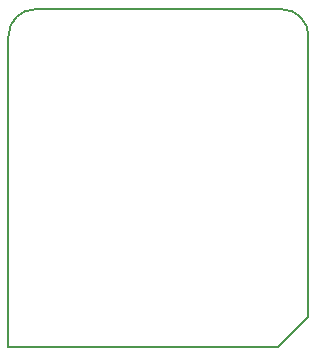
<source format=gko>
G04*
G04 #@! TF.GenerationSoftware,Altium Limited,Altium Designer,22.3.1 (43)*
G04*
G04 Layer_Color=16711935*
%FSLAX25Y25*%
%MOIN*%
G70*
G04*
G04 #@! TF.SameCoordinates,35B4740E-92D2-49D1-AA18-A508E5057BF1*
G04*
G04*
G04 #@! TF.FilePolarity,Positive*
G04*
G01*
G75*
%ADD11C,0.00600*%
D11*
X100000Y103500D02*
G03*
X91000Y112500I-9000J0D01*
G01*
X9000Y112500D02*
G03*
X0Y103500I0J-9000D01*
G01*
X9000Y112500D02*
X91000Y112500D01*
X100000Y10000D02*
Y103500D01*
X0Y-0D02*
Y103500D01*
X90000Y0D02*
X100000Y10000D01*
X0Y0D02*
X90000D01*
M02*

</source>
